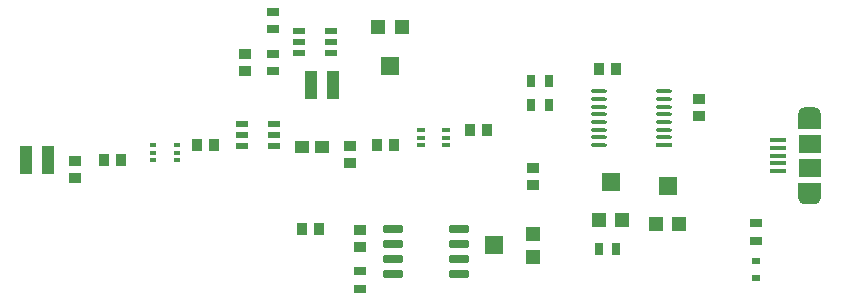
<source format=gbr>
G04*
G04 #@! TF.GenerationSoftware,Altium Limited,Altium Designer,24.6.1 (21)*
G04*
G04 Layer_Color=8421504*
%FSLAX25Y25*%
%MOIN*%
G70*
G04*
G04 #@! TF.SameCoordinates,070BA572-D09E-44C5-9521-77B36399D436*
G04*
G04*
G04 #@! TF.FilePolarity,Positive*
G04*
G01*
G75*
%ADD11C,0.01968*%
%ADD18R,0.04724X0.04724*%
%ADD19R,0.06299X0.05906*%
%ADD20R,0.04724X0.04724*%
%ADD21R,0.05906X0.06299*%
%ADD22R,0.03937X0.03150*%
%ADD23R,0.03150X0.02362*%
%ADD24R,0.05336X0.01342*%
G04:AMPARAMS|DCode=25|XSize=53.36mil|YSize=13.42mil|CornerRadius=6.71mil|HoleSize=0mil|Usage=FLASHONLY|Rotation=180.000|XOffset=0mil|YOffset=0mil|HoleType=Round|Shape=RoundedRectangle|*
%AMROUNDEDRECTD25*
21,1,0.05336,0.00000,0,0,180.0*
21,1,0.03995,0.01342,0,0,180.0*
1,1,0.01342,-0.01997,0.00000*
1,1,0.01342,0.01997,0.00000*
1,1,0.01342,0.01997,0.00000*
1,1,0.01342,-0.01997,0.00000*
%
%ADD25ROUNDEDRECTD25*%
%ADD26R,0.03740X0.04134*%
%ADD27R,0.05315X0.01575*%
%ADD28R,0.07480X0.05906*%
%ADD29R,0.03150X0.03937*%
%ADD30R,0.04134X0.03740*%
%ADD31R,0.04134X0.09449*%
%ADD32R,0.03850X0.02200*%
%ADD33R,0.02362X0.01575*%
%ADD34R,0.04748X0.04166*%
%ADD35R,0.03100X0.01400*%
G04:AMPARAMS|DCode=36|XSize=25.59mil|YSize=64.96mil|CornerRadius=1.92mil|HoleSize=0mil|Usage=FLASHONLY|Rotation=270.000|XOffset=0mil|YOffset=0mil|HoleType=Round|Shape=RoundedRectangle|*
%AMROUNDEDRECTD36*
21,1,0.02559,0.06112,0,0,270.0*
21,1,0.02175,0.06496,0,0,270.0*
1,1,0.00384,-0.03056,-0.01088*
1,1,0.00384,-0.03056,0.01088*
1,1,0.00384,0.03056,0.01088*
1,1,0.00384,0.03056,-0.01088*
%
%ADD36ROUNDEDRECTD36*%
G36*
X665555Y381827D02*
X658075D01*
Y386945D01*
X665555D01*
Y381827D01*
D02*
G37*
G36*
X663587Y379858D02*
X660043Y379858D01*
Y381827D01*
X663587D01*
Y379858D01*
D02*
G37*
G36*
X663587Y410173D02*
X660043D01*
Y412142D01*
X663587Y412142D01*
Y410173D01*
D02*
G37*
G36*
X665555Y405055D02*
X658075D01*
Y410173D01*
X665555D01*
Y405055D01*
D02*
G37*
D11*
X664571Y381827D02*
G03*
X664571Y381827I-984J0D01*
G01*
X661028D02*
G03*
X661028Y381827I-984J0D01*
G01*
X664571Y410173D02*
G03*
X664571Y410173I-984J0D01*
G01*
X661027D02*
G03*
X661027Y410173I-984J0D01*
G01*
D18*
X591563Y374413D02*
D03*
X599437D02*
D03*
X610563Y373205D02*
D03*
X618437D02*
D03*
X525937Y438795D02*
D03*
X518063D02*
D03*
D19*
X595500Y387209D02*
D03*
X614500Y386000D02*
D03*
X522000Y426000D02*
D03*
D20*
X569539Y362175D02*
D03*
Y370049D02*
D03*
D21*
X556744Y366112D02*
D03*
D22*
X644000Y373453D02*
D03*
Y367547D02*
D03*
X512000Y351547D02*
D03*
Y357453D02*
D03*
X483000Y430000D02*
D03*
X483000Y424094D02*
D03*
Y444000D02*
D03*
X483000Y438095D02*
D03*
D23*
X644000Y355146D02*
D03*
Y360854D02*
D03*
D24*
X613427Y399543D02*
D03*
D25*
X613427Y402102D02*
D03*
X613427Y404661D02*
D03*
X613427Y407221D02*
D03*
X613427Y409780D02*
D03*
X613427Y412339D02*
D03*
X613427Y414898D02*
D03*
X613427Y417457D02*
D03*
X591573D02*
D03*
X591573Y414898D02*
D03*
X591573Y412339D02*
D03*
X591573Y409780D02*
D03*
Y407221D02*
D03*
X591573Y404661D02*
D03*
X591573Y402102D02*
D03*
X591573Y399543D02*
D03*
D26*
X463354Y399500D02*
D03*
X457646D02*
D03*
X591646Y425000D02*
D03*
X597354D02*
D03*
X432354Y394500D02*
D03*
X426646D02*
D03*
X523354Y399500D02*
D03*
X517646D02*
D03*
X554354Y404500D02*
D03*
X548646D02*
D03*
X498354Y371500D02*
D03*
X492646D02*
D03*
D27*
X651185Y390882D02*
D03*
Y393441D02*
D03*
Y396000D02*
D03*
Y398559D02*
D03*
Y401118D02*
D03*
D28*
X661815Y392063D02*
D03*
Y399937D02*
D03*
D29*
X597453Y365000D02*
D03*
X591547D02*
D03*
X569047Y413000D02*
D03*
X574953D02*
D03*
X569000Y421000D02*
D03*
X574905D02*
D03*
D30*
X512000Y371354D02*
D03*
Y365646D02*
D03*
X625000Y409146D02*
D03*
Y414854D02*
D03*
X473500Y424291D02*
D03*
X473500Y430000D02*
D03*
X417000Y388646D02*
D03*
Y394354D02*
D03*
X508500Y393646D02*
D03*
Y399354D02*
D03*
X569500Y391854D02*
D03*
Y386146D02*
D03*
D31*
X495717Y419500D02*
D03*
X503000Y419500D02*
D03*
X408000Y394500D02*
D03*
X400716D02*
D03*
D32*
X491625Y430260D02*
D03*
Y434000D02*
D03*
Y437740D02*
D03*
X502375D02*
D03*
X502375Y434000D02*
D03*
Y430260D02*
D03*
X472625Y406740D02*
D03*
Y403000D02*
D03*
Y399260D02*
D03*
X483375D02*
D03*
Y403000D02*
D03*
Y406740D02*
D03*
D33*
X442866Y394441D02*
D03*
Y397000D02*
D03*
Y399559D02*
D03*
X451134D02*
D03*
Y397000D02*
D03*
Y394441D02*
D03*
D34*
X499252Y399000D02*
D03*
X492748D02*
D03*
D35*
X540700Y399441D02*
D03*
Y402000D02*
D03*
Y404559D02*
D03*
X532300D02*
D03*
Y402000D02*
D03*
Y399441D02*
D03*
D36*
X522878Y371500D02*
D03*
Y366500D02*
D03*
Y361500D02*
D03*
Y356500D02*
D03*
X545122Y371500D02*
D03*
Y366500D02*
D03*
Y361500D02*
D03*
Y356500D02*
D03*
M02*

</source>
